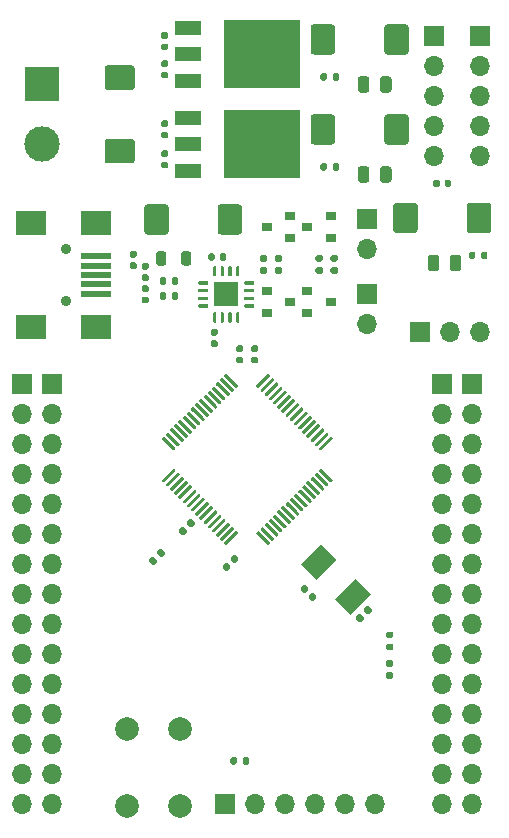
<source format=gbr>
%TF.GenerationSoftware,KiCad,Pcbnew,5.1.7-a382d34a8~87~ubuntu18.04.1*%
%TF.CreationDate,2020-10-15T21:21:34+02:00*%
%TF.ProjectId,veriController,76657269-436f-46e7-9472-6f6c6c65722e,rev?*%
%TF.SameCoordinates,Original*%
%TF.FileFunction,Soldermask,Top*%
%TF.FilePolarity,Negative*%
%FSLAX46Y46*%
G04 Gerber Fmt 4.6, Leading zero omitted, Abs format (unit mm)*
G04 Created by KiCad (PCBNEW 5.1.7-a382d34a8~87~ubuntu18.04.1) date 2020-10-15 21:21:34*
%MOMM*%
%LPD*%
G01*
G04 APERTURE LIST*
%ADD10C,0.100000*%
%ADD11R,1.700000X1.700000*%
%ADD12O,1.700000X1.700000*%
%ADD13R,2.200000X1.200000*%
%ADD14R,6.400000X5.800000*%
%ADD15R,3.000000X3.000000*%
%ADD16C,3.000000*%
%ADD17R,0.900000X0.800000*%
%ADD18R,2.100000X2.100000*%
%ADD19C,2.000000*%
%ADD20R,2.500000X2.000000*%
%ADD21R,2.500000X0.500000*%
%ADD22C,0.900000*%
G04 APERTURE END LIST*
%TO.C,U1*%
G36*
G01*
X63478134Y-91300899D02*
X63584200Y-91194833D01*
G75*
G02*
X63690266Y-91194833I53033J-53033D01*
G01*
X64627182Y-92131749D01*
G75*
G02*
X64627182Y-92237815I-53033J-53033D01*
G01*
X64521116Y-92343881D01*
G75*
G02*
X64415050Y-92343881I-53033J53033D01*
G01*
X63478134Y-91406965D01*
G75*
G02*
X63478134Y-91300899I53033J53033D01*
G01*
G37*
G36*
G01*
X63124581Y-91654453D02*
X63230647Y-91548387D01*
G75*
G02*
X63336713Y-91548387I53033J-53033D01*
G01*
X64273629Y-92485303D01*
G75*
G02*
X64273629Y-92591369I-53033J-53033D01*
G01*
X64167563Y-92697435D01*
G75*
G02*
X64061497Y-92697435I-53033J53033D01*
G01*
X63124581Y-91760519D01*
G75*
G02*
X63124581Y-91654453I53033J53033D01*
G01*
G37*
G36*
G01*
X62771027Y-92008006D02*
X62877093Y-91901940D01*
G75*
G02*
X62983159Y-91901940I53033J-53033D01*
G01*
X63920075Y-92838856D01*
G75*
G02*
X63920075Y-92944922I-53033J-53033D01*
G01*
X63814009Y-93050988D01*
G75*
G02*
X63707943Y-93050988I-53033J53033D01*
G01*
X62771027Y-92114072D01*
G75*
G02*
X62771027Y-92008006I53033J53033D01*
G01*
G37*
G36*
G01*
X62417474Y-92361560D02*
X62523540Y-92255494D01*
G75*
G02*
X62629606Y-92255494I53033J-53033D01*
G01*
X63566522Y-93192410D01*
G75*
G02*
X63566522Y-93298476I-53033J-53033D01*
G01*
X63460456Y-93404542D01*
G75*
G02*
X63354390Y-93404542I-53033J53033D01*
G01*
X62417474Y-92467626D01*
G75*
G02*
X62417474Y-92361560I53033J53033D01*
G01*
G37*
G36*
G01*
X62063921Y-92715113D02*
X62169987Y-92609047D01*
G75*
G02*
X62276053Y-92609047I53033J-53033D01*
G01*
X63212969Y-93545963D01*
G75*
G02*
X63212969Y-93652029I-53033J-53033D01*
G01*
X63106903Y-93758095D01*
G75*
G02*
X63000837Y-93758095I-53033J53033D01*
G01*
X62063921Y-92821179D01*
G75*
G02*
X62063921Y-92715113I53033J53033D01*
G01*
G37*
G36*
G01*
X61710367Y-93068666D02*
X61816433Y-92962600D01*
G75*
G02*
X61922499Y-92962600I53033J-53033D01*
G01*
X62859415Y-93899516D01*
G75*
G02*
X62859415Y-94005582I-53033J-53033D01*
G01*
X62753349Y-94111648D01*
G75*
G02*
X62647283Y-94111648I-53033J53033D01*
G01*
X61710367Y-93174732D01*
G75*
G02*
X61710367Y-93068666I53033J53033D01*
G01*
G37*
G36*
G01*
X61356814Y-93422220D02*
X61462880Y-93316154D01*
G75*
G02*
X61568946Y-93316154I53033J-53033D01*
G01*
X62505862Y-94253070D01*
G75*
G02*
X62505862Y-94359136I-53033J-53033D01*
G01*
X62399796Y-94465202D01*
G75*
G02*
X62293730Y-94465202I-53033J53033D01*
G01*
X61356814Y-93528286D01*
G75*
G02*
X61356814Y-93422220I53033J53033D01*
G01*
G37*
G36*
G01*
X61003261Y-93775773D02*
X61109327Y-93669707D01*
G75*
G02*
X61215393Y-93669707I53033J-53033D01*
G01*
X62152309Y-94606623D01*
G75*
G02*
X62152309Y-94712689I-53033J-53033D01*
G01*
X62046243Y-94818755D01*
G75*
G02*
X61940177Y-94818755I-53033J53033D01*
G01*
X61003261Y-93881839D01*
G75*
G02*
X61003261Y-93775773I53033J53033D01*
G01*
G37*
G36*
G01*
X60649707Y-94129327D02*
X60755773Y-94023261D01*
G75*
G02*
X60861839Y-94023261I53033J-53033D01*
G01*
X61798755Y-94960177D01*
G75*
G02*
X61798755Y-95066243I-53033J-53033D01*
G01*
X61692689Y-95172309D01*
G75*
G02*
X61586623Y-95172309I-53033J53033D01*
G01*
X60649707Y-94235393D01*
G75*
G02*
X60649707Y-94129327I53033J53033D01*
G01*
G37*
G36*
G01*
X60296154Y-94482880D02*
X60402220Y-94376814D01*
G75*
G02*
X60508286Y-94376814I53033J-53033D01*
G01*
X61445202Y-95313730D01*
G75*
G02*
X61445202Y-95419796I-53033J-53033D01*
G01*
X61339136Y-95525862D01*
G75*
G02*
X61233070Y-95525862I-53033J53033D01*
G01*
X60296154Y-94588946D01*
G75*
G02*
X60296154Y-94482880I53033J53033D01*
G01*
G37*
G36*
G01*
X59942600Y-94836433D02*
X60048666Y-94730367D01*
G75*
G02*
X60154732Y-94730367I53033J-53033D01*
G01*
X61091648Y-95667283D01*
G75*
G02*
X61091648Y-95773349I-53033J-53033D01*
G01*
X60985582Y-95879415D01*
G75*
G02*
X60879516Y-95879415I-53033J53033D01*
G01*
X59942600Y-94942499D01*
G75*
G02*
X59942600Y-94836433I53033J53033D01*
G01*
G37*
G36*
G01*
X59589047Y-95189987D02*
X59695113Y-95083921D01*
G75*
G02*
X59801179Y-95083921I53033J-53033D01*
G01*
X60738095Y-96020837D01*
G75*
G02*
X60738095Y-96126903I-53033J-53033D01*
G01*
X60632029Y-96232969D01*
G75*
G02*
X60525963Y-96232969I-53033J53033D01*
G01*
X59589047Y-95296053D01*
G75*
G02*
X59589047Y-95189987I53033J53033D01*
G01*
G37*
G36*
G01*
X59235494Y-95543540D02*
X59341560Y-95437474D01*
G75*
G02*
X59447626Y-95437474I53033J-53033D01*
G01*
X60384542Y-96374390D01*
G75*
G02*
X60384542Y-96480456I-53033J-53033D01*
G01*
X60278476Y-96586522D01*
G75*
G02*
X60172410Y-96586522I-53033J53033D01*
G01*
X59235494Y-95649606D01*
G75*
G02*
X59235494Y-95543540I53033J53033D01*
G01*
G37*
G36*
G01*
X58881940Y-95897093D02*
X58988006Y-95791027D01*
G75*
G02*
X59094072Y-95791027I53033J-53033D01*
G01*
X60030988Y-96727943D01*
G75*
G02*
X60030988Y-96834009I-53033J-53033D01*
G01*
X59924922Y-96940075D01*
G75*
G02*
X59818856Y-96940075I-53033J53033D01*
G01*
X58881940Y-96003159D01*
G75*
G02*
X58881940Y-95897093I53033J53033D01*
G01*
G37*
G36*
G01*
X58528387Y-96250647D02*
X58634453Y-96144581D01*
G75*
G02*
X58740519Y-96144581I53033J-53033D01*
G01*
X59677435Y-97081497D01*
G75*
G02*
X59677435Y-97187563I-53033J-53033D01*
G01*
X59571369Y-97293629D01*
G75*
G02*
X59465303Y-97293629I-53033J53033D01*
G01*
X58528387Y-96356713D01*
G75*
G02*
X58528387Y-96250647I53033J53033D01*
G01*
G37*
G36*
G01*
X58174833Y-96604200D02*
X58280899Y-96498134D01*
G75*
G02*
X58386965Y-96498134I53033J-53033D01*
G01*
X59323881Y-97435050D01*
G75*
G02*
X59323881Y-97541116I-53033J-53033D01*
G01*
X59217815Y-97647182D01*
G75*
G02*
X59111749Y-97647182I-53033J53033D01*
G01*
X58174833Y-96710266D01*
G75*
G02*
X58174833Y-96604200I53033J53033D01*
G01*
G37*
G36*
G01*
X58174833Y-100139734D02*
X59111749Y-99202818D01*
G75*
G02*
X59217815Y-99202818I53033J-53033D01*
G01*
X59323881Y-99308884D01*
G75*
G02*
X59323881Y-99414950I-53033J-53033D01*
G01*
X58386965Y-100351866D01*
G75*
G02*
X58280899Y-100351866I-53033J53033D01*
G01*
X58174833Y-100245800D01*
G75*
G02*
X58174833Y-100139734I53033J53033D01*
G01*
G37*
G36*
G01*
X58528387Y-100493287D02*
X59465303Y-99556371D01*
G75*
G02*
X59571369Y-99556371I53033J-53033D01*
G01*
X59677435Y-99662437D01*
G75*
G02*
X59677435Y-99768503I-53033J-53033D01*
G01*
X58740519Y-100705419D01*
G75*
G02*
X58634453Y-100705419I-53033J53033D01*
G01*
X58528387Y-100599353D01*
G75*
G02*
X58528387Y-100493287I53033J53033D01*
G01*
G37*
G36*
G01*
X58881940Y-100846841D02*
X59818856Y-99909925D01*
G75*
G02*
X59924922Y-99909925I53033J-53033D01*
G01*
X60030988Y-100015991D01*
G75*
G02*
X60030988Y-100122057I-53033J-53033D01*
G01*
X59094072Y-101058973D01*
G75*
G02*
X58988006Y-101058973I-53033J53033D01*
G01*
X58881940Y-100952907D01*
G75*
G02*
X58881940Y-100846841I53033J53033D01*
G01*
G37*
G36*
G01*
X59235494Y-101200394D02*
X60172410Y-100263478D01*
G75*
G02*
X60278476Y-100263478I53033J-53033D01*
G01*
X60384542Y-100369544D01*
G75*
G02*
X60384542Y-100475610I-53033J-53033D01*
G01*
X59447626Y-101412526D01*
G75*
G02*
X59341560Y-101412526I-53033J53033D01*
G01*
X59235494Y-101306460D01*
G75*
G02*
X59235494Y-101200394I53033J53033D01*
G01*
G37*
G36*
G01*
X59589047Y-101553947D02*
X60525963Y-100617031D01*
G75*
G02*
X60632029Y-100617031I53033J-53033D01*
G01*
X60738095Y-100723097D01*
G75*
G02*
X60738095Y-100829163I-53033J-53033D01*
G01*
X59801179Y-101766079D01*
G75*
G02*
X59695113Y-101766079I-53033J53033D01*
G01*
X59589047Y-101660013D01*
G75*
G02*
X59589047Y-101553947I53033J53033D01*
G01*
G37*
G36*
G01*
X59942600Y-101907501D02*
X60879516Y-100970585D01*
G75*
G02*
X60985582Y-100970585I53033J-53033D01*
G01*
X61091648Y-101076651D01*
G75*
G02*
X61091648Y-101182717I-53033J-53033D01*
G01*
X60154732Y-102119633D01*
G75*
G02*
X60048666Y-102119633I-53033J53033D01*
G01*
X59942600Y-102013567D01*
G75*
G02*
X59942600Y-101907501I53033J53033D01*
G01*
G37*
G36*
G01*
X60296154Y-102261054D02*
X61233070Y-101324138D01*
G75*
G02*
X61339136Y-101324138I53033J-53033D01*
G01*
X61445202Y-101430204D01*
G75*
G02*
X61445202Y-101536270I-53033J-53033D01*
G01*
X60508286Y-102473186D01*
G75*
G02*
X60402220Y-102473186I-53033J53033D01*
G01*
X60296154Y-102367120D01*
G75*
G02*
X60296154Y-102261054I53033J53033D01*
G01*
G37*
G36*
G01*
X60649707Y-102614607D02*
X61586623Y-101677691D01*
G75*
G02*
X61692689Y-101677691I53033J-53033D01*
G01*
X61798755Y-101783757D01*
G75*
G02*
X61798755Y-101889823I-53033J-53033D01*
G01*
X60861839Y-102826739D01*
G75*
G02*
X60755773Y-102826739I-53033J53033D01*
G01*
X60649707Y-102720673D01*
G75*
G02*
X60649707Y-102614607I53033J53033D01*
G01*
G37*
G36*
G01*
X61003261Y-102968161D02*
X61940177Y-102031245D01*
G75*
G02*
X62046243Y-102031245I53033J-53033D01*
G01*
X62152309Y-102137311D01*
G75*
G02*
X62152309Y-102243377I-53033J-53033D01*
G01*
X61215393Y-103180293D01*
G75*
G02*
X61109327Y-103180293I-53033J53033D01*
G01*
X61003261Y-103074227D01*
G75*
G02*
X61003261Y-102968161I53033J53033D01*
G01*
G37*
G36*
G01*
X61356814Y-103321714D02*
X62293730Y-102384798D01*
G75*
G02*
X62399796Y-102384798I53033J-53033D01*
G01*
X62505862Y-102490864D01*
G75*
G02*
X62505862Y-102596930I-53033J-53033D01*
G01*
X61568946Y-103533846D01*
G75*
G02*
X61462880Y-103533846I-53033J53033D01*
G01*
X61356814Y-103427780D01*
G75*
G02*
X61356814Y-103321714I53033J53033D01*
G01*
G37*
G36*
G01*
X61710367Y-103675268D02*
X62647283Y-102738352D01*
G75*
G02*
X62753349Y-102738352I53033J-53033D01*
G01*
X62859415Y-102844418D01*
G75*
G02*
X62859415Y-102950484I-53033J-53033D01*
G01*
X61922499Y-103887400D01*
G75*
G02*
X61816433Y-103887400I-53033J53033D01*
G01*
X61710367Y-103781334D01*
G75*
G02*
X61710367Y-103675268I53033J53033D01*
G01*
G37*
G36*
G01*
X62063921Y-104028821D02*
X63000837Y-103091905D01*
G75*
G02*
X63106903Y-103091905I53033J-53033D01*
G01*
X63212969Y-103197971D01*
G75*
G02*
X63212969Y-103304037I-53033J-53033D01*
G01*
X62276053Y-104240953D01*
G75*
G02*
X62169987Y-104240953I-53033J53033D01*
G01*
X62063921Y-104134887D01*
G75*
G02*
X62063921Y-104028821I53033J53033D01*
G01*
G37*
G36*
G01*
X62417474Y-104382374D02*
X63354390Y-103445458D01*
G75*
G02*
X63460456Y-103445458I53033J-53033D01*
G01*
X63566522Y-103551524D01*
G75*
G02*
X63566522Y-103657590I-53033J-53033D01*
G01*
X62629606Y-104594506D01*
G75*
G02*
X62523540Y-104594506I-53033J53033D01*
G01*
X62417474Y-104488440D01*
G75*
G02*
X62417474Y-104382374I53033J53033D01*
G01*
G37*
G36*
G01*
X62771027Y-104735928D02*
X63707943Y-103799012D01*
G75*
G02*
X63814009Y-103799012I53033J-53033D01*
G01*
X63920075Y-103905078D01*
G75*
G02*
X63920075Y-104011144I-53033J-53033D01*
G01*
X62983159Y-104948060D01*
G75*
G02*
X62877093Y-104948060I-53033J53033D01*
G01*
X62771027Y-104841994D01*
G75*
G02*
X62771027Y-104735928I53033J53033D01*
G01*
G37*
G36*
G01*
X63124581Y-105089481D02*
X64061497Y-104152565D01*
G75*
G02*
X64167563Y-104152565I53033J-53033D01*
G01*
X64273629Y-104258631D01*
G75*
G02*
X64273629Y-104364697I-53033J-53033D01*
G01*
X63336713Y-105301613D01*
G75*
G02*
X63230647Y-105301613I-53033J53033D01*
G01*
X63124581Y-105195547D01*
G75*
G02*
X63124581Y-105089481I53033J53033D01*
G01*
G37*
G36*
G01*
X63478134Y-105443035D02*
X64415050Y-104506119D01*
G75*
G02*
X64521116Y-104506119I53033J-53033D01*
G01*
X64627182Y-104612185D01*
G75*
G02*
X64627182Y-104718251I-53033J-53033D01*
G01*
X63690266Y-105655167D01*
G75*
G02*
X63584200Y-105655167I-53033J53033D01*
G01*
X63478134Y-105549101D01*
G75*
G02*
X63478134Y-105443035I53033J53033D01*
G01*
G37*
G36*
G01*
X66182818Y-104612185D02*
X66288884Y-104506119D01*
G75*
G02*
X66394950Y-104506119I53033J-53033D01*
G01*
X67331866Y-105443035D01*
G75*
G02*
X67331866Y-105549101I-53033J-53033D01*
G01*
X67225800Y-105655167D01*
G75*
G02*
X67119734Y-105655167I-53033J53033D01*
G01*
X66182818Y-104718251D01*
G75*
G02*
X66182818Y-104612185I53033J53033D01*
G01*
G37*
G36*
G01*
X66536371Y-104258631D02*
X66642437Y-104152565D01*
G75*
G02*
X66748503Y-104152565I53033J-53033D01*
G01*
X67685419Y-105089481D01*
G75*
G02*
X67685419Y-105195547I-53033J-53033D01*
G01*
X67579353Y-105301613D01*
G75*
G02*
X67473287Y-105301613I-53033J53033D01*
G01*
X66536371Y-104364697D01*
G75*
G02*
X66536371Y-104258631I53033J53033D01*
G01*
G37*
G36*
G01*
X66889925Y-103905078D02*
X66995991Y-103799012D01*
G75*
G02*
X67102057Y-103799012I53033J-53033D01*
G01*
X68038973Y-104735928D01*
G75*
G02*
X68038973Y-104841994I-53033J-53033D01*
G01*
X67932907Y-104948060D01*
G75*
G02*
X67826841Y-104948060I-53033J53033D01*
G01*
X66889925Y-104011144D01*
G75*
G02*
X66889925Y-103905078I53033J53033D01*
G01*
G37*
G36*
G01*
X67243478Y-103551524D02*
X67349544Y-103445458D01*
G75*
G02*
X67455610Y-103445458I53033J-53033D01*
G01*
X68392526Y-104382374D01*
G75*
G02*
X68392526Y-104488440I-53033J-53033D01*
G01*
X68286460Y-104594506D01*
G75*
G02*
X68180394Y-104594506I-53033J53033D01*
G01*
X67243478Y-103657590D01*
G75*
G02*
X67243478Y-103551524I53033J53033D01*
G01*
G37*
G36*
G01*
X67597031Y-103197971D02*
X67703097Y-103091905D01*
G75*
G02*
X67809163Y-103091905I53033J-53033D01*
G01*
X68746079Y-104028821D01*
G75*
G02*
X68746079Y-104134887I-53033J-53033D01*
G01*
X68640013Y-104240953D01*
G75*
G02*
X68533947Y-104240953I-53033J53033D01*
G01*
X67597031Y-103304037D01*
G75*
G02*
X67597031Y-103197971I53033J53033D01*
G01*
G37*
G36*
G01*
X67950585Y-102844418D02*
X68056651Y-102738352D01*
G75*
G02*
X68162717Y-102738352I53033J-53033D01*
G01*
X69099633Y-103675268D01*
G75*
G02*
X69099633Y-103781334I-53033J-53033D01*
G01*
X68993567Y-103887400D01*
G75*
G02*
X68887501Y-103887400I-53033J53033D01*
G01*
X67950585Y-102950484D01*
G75*
G02*
X67950585Y-102844418I53033J53033D01*
G01*
G37*
G36*
G01*
X68304138Y-102490864D02*
X68410204Y-102384798D01*
G75*
G02*
X68516270Y-102384798I53033J-53033D01*
G01*
X69453186Y-103321714D01*
G75*
G02*
X69453186Y-103427780I-53033J-53033D01*
G01*
X69347120Y-103533846D01*
G75*
G02*
X69241054Y-103533846I-53033J53033D01*
G01*
X68304138Y-102596930D01*
G75*
G02*
X68304138Y-102490864I53033J53033D01*
G01*
G37*
G36*
G01*
X68657691Y-102137311D02*
X68763757Y-102031245D01*
G75*
G02*
X68869823Y-102031245I53033J-53033D01*
G01*
X69806739Y-102968161D01*
G75*
G02*
X69806739Y-103074227I-53033J-53033D01*
G01*
X69700673Y-103180293D01*
G75*
G02*
X69594607Y-103180293I-53033J53033D01*
G01*
X68657691Y-102243377D01*
G75*
G02*
X68657691Y-102137311I53033J53033D01*
G01*
G37*
G36*
G01*
X69011245Y-101783757D02*
X69117311Y-101677691D01*
G75*
G02*
X69223377Y-101677691I53033J-53033D01*
G01*
X70160293Y-102614607D01*
G75*
G02*
X70160293Y-102720673I-53033J-53033D01*
G01*
X70054227Y-102826739D01*
G75*
G02*
X69948161Y-102826739I-53033J53033D01*
G01*
X69011245Y-101889823D01*
G75*
G02*
X69011245Y-101783757I53033J53033D01*
G01*
G37*
G36*
G01*
X69364798Y-101430204D02*
X69470864Y-101324138D01*
G75*
G02*
X69576930Y-101324138I53033J-53033D01*
G01*
X70513846Y-102261054D01*
G75*
G02*
X70513846Y-102367120I-53033J-53033D01*
G01*
X70407780Y-102473186D01*
G75*
G02*
X70301714Y-102473186I-53033J53033D01*
G01*
X69364798Y-101536270D01*
G75*
G02*
X69364798Y-101430204I53033J53033D01*
G01*
G37*
G36*
G01*
X69718352Y-101076651D02*
X69824418Y-100970585D01*
G75*
G02*
X69930484Y-100970585I53033J-53033D01*
G01*
X70867400Y-101907501D01*
G75*
G02*
X70867400Y-102013567I-53033J-53033D01*
G01*
X70761334Y-102119633D01*
G75*
G02*
X70655268Y-102119633I-53033J53033D01*
G01*
X69718352Y-101182717D01*
G75*
G02*
X69718352Y-101076651I53033J53033D01*
G01*
G37*
G36*
G01*
X70071905Y-100723097D02*
X70177971Y-100617031D01*
G75*
G02*
X70284037Y-100617031I53033J-53033D01*
G01*
X71220953Y-101553947D01*
G75*
G02*
X71220953Y-101660013I-53033J-53033D01*
G01*
X71114887Y-101766079D01*
G75*
G02*
X71008821Y-101766079I-53033J53033D01*
G01*
X70071905Y-100829163D01*
G75*
G02*
X70071905Y-100723097I53033J53033D01*
G01*
G37*
G36*
G01*
X70425458Y-100369544D02*
X70531524Y-100263478D01*
G75*
G02*
X70637590Y-100263478I53033J-53033D01*
G01*
X71574506Y-101200394D01*
G75*
G02*
X71574506Y-101306460I-53033J-53033D01*
G01*
X71468440Y-101412526D01*
G75*
G02*
X71362374Y-101412526I-53033J53033D01*
G01*
X70425458Y-100475610D01*
G75*
G02*
X70425458Y-100369544I53033J53033D01*
G01*
G37*
G36*
G01*
X70779012Y-100015991D02*
X70885078Y-99909925D01*
G75*
G02*
X70991144Y-99909925I53033J-53033D01*
G01*
X71928060Y-100846841D01*
G75*
G02*
X71928060Y-100952907I-53033J-53033D01*
G01*
X71821994Y-101058973D01*
G75*
G02*
X71715928Y-101058973I-53033J53033D01*
G01*
X70779012Y-100122057D01*
G75*
G02*
X70779012Y-100015991I53033J53033D01*
G01*
G37*
G36*
G01*
X71132565Y-99662437D02*
X71238631Y-99556371D01*
G75*
G02*
X71344697Y-99556371I53033J-53033D01*
G01*
X72281613Y-100493287D01*
G75*
G02*
X72281613Y-100599353I-53033J-53033D01*
G01*
X72175547Y-100705419D01*
G75*
G02*
X72069481Y-100705419I-53033J53033D01*
G01*
X71132565Y-99768503D01*
G75*
G02*
X71132565Y-99662437I53033J53033D01*
G01*
G37*
G36*
G01*
X71486119Y-99308884D02*
X71592185Y-99202818D01*
G75*
G02*
X71698251Y-99202818I53033J-53033D01*
G01*
X72635167Y-100139734D01*
G75*
G02*
X72635167Y-100245800I-53033J-53033D01*
G01*
X72529101Y-100351866D01*
G75*
G02*
X72423035Y-100351866I-53033J53033D01*
G01*
X71486119Y-99414950D01*
G75*
G02*
X71486119Y-99308884I53033J53033D01*
G01*
G37*
G36*
G01*
X71486119Y-97435050D02*
X72423035Y-96498134D01*
G75*
G02*
X72529101Y-96498134I53033J-53033D01*
G01*
X72635167Y-96604200D01*
G75*
G02*
X72635167Y-96710266I-53033J-53033D01*
G01*
X71698251Y-97647182D01*
G75*
G02*
X71592185Y-97647182I-53033J53033D01*
G01*
X71486119Y-97541116D01*
G75*
G02*
X71486119Y-97435050I53033J53033D01*
G01*
G37*
G36*
G01*
X71132565Y-97081497D02*
X72069481Y-96144581D01*
G75*
G02*
X72175547Y-96144581I53033J-53033D01*
G01*
X72281613Y-96250647D01*
G75*
G02*
X72281613Y-96356713I-53033J-53033D01*
G01*
X71344697Y-97293629D01*
G75*
G02*
X71238631Y-97293629I-53033J53033D01*
G01*
X71132565Y-97187563D01*
G75*
G02*
X71132565Y-97081497I53033J53033D01*
G01*
G37*
G36*
G01*
X70779012Y-96727943D02*
X71715928Y-95791027D01*
G75*
G02*
X71821994Y-95791027I53033J-53033D01*
G01*
X71928060Y-95897093D01*
G75*
G02*
X71928060Y-96003159I-53033J-53033D01*
G01*
X70991144Y-96940075D01*
G75*
G02*
X70885078Y-96940075I-53033J53033D01*
G01*
X70779012Y-96834009D01*
G75*
G02*
X70779012Y-96727943I53033J53033D01*
G01*
G37*
G36*
G01*
X70425458Y-96374390D02*
X71362374Y-95437474D01*
G75*
G02*
X71468440Y-95437474I53033J-53033D01*
G01*
X71574506Y-95543540D01*
G75*
G02*
X71574506Y-95649606I-53033J-53033D01*
G01*
X70637590Y-96586522D01*
G75*
G02*
X70531524Y-96586522I-53033J53033D01*
G01*
X70425458Y-96480456D01*
G75*
G02*
X70425458Y-96374390I53033J53033D01*
G01*
G37*
G36*
G01*
X70071905Y-96020837D02*
X71008821Y-95083921D01*
G75*
G02*
X71114887Y-95083921I53033J-53033D01*
G01*
X71220953Y-95189987D01*
G75*
G02*
X71220953Y-95296053I-53033J-53033D01*
G01*
X70284037Y-96232969D01*
G75*
G02*
X70177971Y-96232969I-53033J53033D01*
G01*
X70071905Y-96126903D01*
G75*
G02*
X70071905Y-96020837I53033J53033D01*
G01*
G37*
G36*
G01*
X69718352Y-95667283D02*
X70655268Y-94730367D01*
G75*
G02*
X70761334Y-94730367I53033J-53033D01*
G01*
X70867400Y-94836433D01*
G75*
G02*
X70867400Y-94942499I-53033J-53033D01*
G01*
X69930484Y-95879415D01*
G75*
G02*
X69824418Y-95879415I-53033J53033D01*
G01*
X69718352Y-95773349D01*
G75*
G02*
X69718352Y-95667283I53033J53033D01*
G01*
G37*
G36*
G01*
X69364798Y-95313730D02*
X70301714Y-94376814D01*
G75*
G02*
X70407780Y-94376814I53033J-53033D01*
G01*
X70513846Y-94482880D01*
G75*
G02*
X70513846Y-94588946I-53033J-53033D01*
G01*
X69576930Y-95525862D01*
G75*
G02*
X69470864Y-95525862I-53033J53033D01*
G01*
X69364798Y-95419796D01*
G75*
G02*
X69364798Y-95313730I53033J53033D01*
G01*
G37*
G36*
G01*
X69011245Y-94960177D02*
X69948161Y-94023261D01*
G75*
G02*
X70054227Y-94023261I53033J-53033D01*
G01*
X70160293Y-94129327D01*
G75*
G02*
X70160293Y-94235393I-53033J-53033D01*
G01*
X69223377Y-95172309D01*
G75*
G02*
X69117311Y-95172309I-53033J53033D01*
G01*
X69011245Y-95066243D01*
G75*
G02*
X69011245Y-94960177I53033J53033D01*
G01*
G37*
G36*
G01*
X68657691Y-94606623D02*
X69594607Y-93669707D01*
G75*
G02*
X69700673Y-93669707I53033J-53033D01*
G01*
X69806739Y-93775773D01*
G75*
G02*
X69806739Y-93881839I-53033J-53033D01*
G01*
X68869823Y-94818755D01*
G75*
G02*
X68763757Y-94818755I-53033J53033D01*
G01*
X68657691Y-94712689D01*
G75*
G02*
X68657691Y-94606623I53033J53033D01*
G01*
G37*
G36*
G01*
X68304138Y-94253070D02*
X69241054Y-93316154D01*
G75*
G02*
X69347120Y-93316154I53033J-53033D01*
G01*
X69453186Y-93422220D01*
G75*
G02*
X69453186Y-93528286I-53033J-53033D01*
G01*
X68516270Y-94465202D01*
G75*
G02*
X68410204Y-94465202I-53033J53033D01*
G01*
X68304138Y-94359136D01*
G75*
G02*
X68304138Y-94253070I53033J53033D01*
G01*
G37*
G36*
G01*
X67950585Y-93899516D02*
X68887501Y-92962600D01*
G75*
G02*
X68993567Y-92962600I53033J-53033D01*
G01*
X69099633Y-93068666D01*
G75*
G02*
X69099633Y-93174732I-53033J-53033D01*
G01*
X68162717Y-94111648D01*
G75*
G02*
X68056651Y-94111648I-53033J53033D01*
G01*
X67950585Y-94005582D01*
G75*
G02*
X67950585Y-93899516I53033J53033D01*
G01*
G37*
G36*
G01*
X67597031Y-93545963D02*
X68533947Y-92609047D01*
G75*
G02*
X68640013Y-92609047I53033J-53033D01*
G01*
X68746079Y-92715113D01*
G75*
G02*
X68746079Y-92821179I-53033J-53033D01*
G01*
X67809163Y-93758095D01*
G75*
G02*
X67703097Y-93758095I-53033J53033D01*
G01*
X67597031Y-93652029D01*
G75*
G02*
X67597031Y-93545963I53033J53033D01*
G01*
G37*
G36*
G01*
X67243478Y-93192410D02*
X68180394Y-92255494D01*
G75*
G02*
X68286460Y-92255494I53033J-53033D01*
G01*
X68392526Y-92361560D01*
G75*
G02*
X68392526Y-92467626I-53033J-53033D01*
G01*
X67455610Y-93404542D01*
G75*
G02*
X67349544Y-93404542I-53033J53033D01*
G01*
X67243478Y-93298476D01*
G75*
G02*
X67243478Y-93192410I53033J53033D01*
G01*
G37*
G36*
G01*
X66889925Y-92838856D02*
X67826841Y-91901940D01*
G75*
G02*
X67932907Y-91901940I53033J-53033D01*
G01*
X68038973Y-92008006D01*
G75*
G02*
X68038973Y-92114072I-53033J-53033D01*
G01*
X67102057Y-93050988D01*
G75*
G02*
X66995991Y-93050988I-53033J53033D01*
G01*
X66889925Y-92944922D01*
G75*
G02*
X66889925Y-92838856I53033J53033D01*
G01*
G37*
G36*
G01*
X66536371Y-92485303D02*
X67473287Y-91548387D01*
G75*
G02*
X67579353Y-91548387I53033J-53033D01*
G01*
X67685419Y-91654453D01*
G75*
G02*
X67685419Y-91760519I-53033J-53033D01*
G01*
X66748503Y-92697435D01*
G75*
G02*
X66642437Y-92697435I-53033J53033D01*
G01*
X66536371Y-92591369D01*
G75*
G02*
X66536371Y-92485303I53033J53033D01*
G01*
G37*
G36*
G01*
X66182818Y-92131749D02*
X67119734Y-91194833D01*
G75*
G02*
X67225800Y-91194833I53033J-53033D01*
G01*
X67331866Y-91300899D01*
G75*
G02*
X67331866Y-91406965I-53033J-53033D01*
G01*
X66394950Y-92343881D01*
G75*
G02*
X66288884Y-92343881I-53033J53033D01*
G01*
X66182818Y-92237815D01*
G75*
G02*
X66182818Y-92131749I53033J53033D01*
G01*
G37*
%TD*%
D10*
%TO.C,Y1*%
G36*
X69928151Y-107312208D02*
G01*
X71625208Y-105615151D01*
X72968711Y-106958654D01*
X71271654Y-108655711D01*
X69928151Y-107312208D01*
G37*
G36*
X72827289Y-110211346D02*
G01*
X74524346Y-108514289D01*
X75867849Y-109857792D01*
X74170792Y-111554849D01*
X72827289Y-110211346D01*
G37*
%TD*%
%TO.C,C5*%
G36*
G01*
X70590787Y-109466371D02*
X70350371Y-109706787D01*
G75*
G02*
X70152381Y-109706787I-98995J98995D01*
G01*
X69954391Y-109508797D01*
G75*
G02*
X69954391Y-109310807I98995J98995D01*
G01*
X70194807Y-109070391D01*
G75*
G02*
X70392797Y-109070391I98995J-98995D01*
G01*
X70590787Y-109268381D01*
G75*
G02*
X70590787Y-109466371I-98995J-98995D01*
G01*
G37*
G36*
G01*
X71269609Y-110145193D02*
X71029193Y-110385609D01*
G75*
G02*
X70831203Y-110385609I-98995J98995D01*
G01*
X70633213Y-110187619D01*
G75*
G02*
X70633213Y-109989629I98995J98995D01*
G01*
X70873629Y-109749213D01*
G75*
G02*
X71071619Y-109749213I98995J-98995D01*
G01*
X71269609Y-109947203D01*
G75*
G02*
X71269609Y-110145193I-98995J-98995D01*
G01*
G37*
%TD*%
%TO.C,C1*%
G36*
G01*
X64600000Y-88775000D02*
X64940000Y-88775000D01*
G75*
G02*
X65080000Y-88915000I0J-140000D01*
G01*
X65080000Y-89195000D01*
G75*
G02*
X64940000Y-89335000I-140000J0D01*
G01*
X64600000Y-89335000D01*
G75*
G02*
X64460000Y-89195000I0J140000D01*
G01*
X64460000Y-88915000D01*
G75*
G02*
X64600000Y-88775000I140000J0D01*
G01*
G37*
G36*
G01*
X64600000Y-89735000D02*
X64940000Y-89735000D01*
G75*
G02*
X65080000Y-89875000I0J-140000D01*
G01*
X65080000Y-90155000D01*
G75*
G02*
X64940000Y-90295000I-140000J0D01*
G01*
X64600000Y-90295000D01*
G75*
G02*
X64460000Y-90155000I0J140000D01*
G01*
X64460000Y-89875000D01*
G75*
G02*
X64600000Y-89735000I140000J0D01*
G01*
G37*
%TD*%
%TO.C,C2*%
G36*
G01*
X59907807Y-104797609D02*
X59667391Y-104557193D01*
G75*
G02*
X59667391Y-104359203I98995J98995D01*
G01*
X59865381Y-104161213D01*
G75*
G02*
X60063371Y-104161213I98995J-98995D01*
G01*
X60303787Y-104401629D01*
G75*
G02*
X60303787Y-104599619I-98995J-98995D01*
G01*
X60105797Y-104797609D01*
G75*
G02*
X59907807Y-104797609I-98995J98995D01*
G01*
G37*
G36*
G01*
X60586629Y-104118787D02*
X60346213Y-103878371D01*
G75*
G02*
X60346213Y-103680381I98995J98995D01*
G01*
X60544203Y-103482391D01*
G75*
G02*
X60742193Y-103482391I98995J-98995D01*
G01*
X60982609Y-103722807D01*
G75*
G02*
X60982609Y-103920797I-98995J-98995D01*
G01*
X60784619Y-104118787D01*
G75*
G02*
X60586629Y-104118787I-98995J98995D01*
G01*
G37*
%TD*%
%TO.C,C3*%
G36*
G01*
X57523371Y-106701213D02*
X57763787Y-106941629D01*
G75*
G02*
X57763787Y-107139619I-98995J-98995D01*
G01*
X57565797Y-107337609D01*
G75*
G02*
X57367807Y-107337609I-98995J98995D01*
G01*
X57127391Y-107097193D01*
G75*
G02*
X57127391Y-106899203I98995J98995D01*
G01*
X57325381Y-106701213D01*
G75*
G02*
X57523371Y-106701213I98995J-98995D01*
G01*
G37*
G36*
G01*
X58202193Y-106022391D02*
X58442609Y-106262807D01*
G75*
G02*
X58442609Y-106460797I-98995J-98995D01*
G01*
X58244619Y-106658787D01*
G75*
G02*
X58046629Y-106658787I-98995J98995D01*
G01*
X57806213Y-106418371D01*
G75*
G02*
X57806213Y-106220381I98995J98995D01*
G01*
X58004203Y-106022391D01*
G75*
G02*
X58202193Y-106022391I98995J-98995D01*
G01*
G37*
%TD*%
%TO.C,C6*%
G36*
G01*
X65870000Y-88775000D02*
X66210000Y-88775000D01*
G75*
G02*
X66350000Y-88915000I0J-140000D01*
G01*
X66350000Y-89195000D01*
G75*
G02*
X66210000Y-89335000I-140000J0D01*
G01*
X65870000Y-89335000D01*
G75*
G02*
X65730000Y-89195000I0J140000D01*
G01*
X65730000Y-88915000D01*
G75*
G02*
X65870000Y-88775000I140000J0D01*
G01*
G37*
G36*
G01*
X65870000Y-89735000D02*
X66210000Y-89735000D01*
G75*
G02*
X66350000Y-89875000I0J-140000D01*
G01*
X66350000Y-90155000D01*
G75*
G02*
X66210000Y-90295000I-140000J0D01*
G01*
X65870000Y-90295000D01*
G75*
G02*
X65730000Y-90155000I0J140000D01*
G01*
X65730000Y-89875000D01*
G75*
G02*
X65870000Y-89735000I140000J0D01*
G01*
G37*
%TD*%
%TO.C,C7*%
G36*
G01*
X64269629Y-107166787D02*
X64029213Y-106926371D01*
G75*
G02*
X64029213Y-106728381I98995J98995D01*
G01*
X64227203Y-106530391D01*
G75*
G02*
X64425193Y-106530391I98995J-98995D01*
G01*
X64665609Y-106770807D01*
G75*
G02*
X64665609Y-106968797I-98995J-98995D01*
G01*
X64467619Y-107166787D01*
G75*
G02*
X64269629Y-107166787I-98995J98995D01*
G01*
G37*
G36*
G01*
X63590807Y-107845609D02*
X63350391Y-107605193D01*
G75*
G02*
X63350391Y-107407203I98995J98995D01*
G01*
X63548381Y-107209213D01*
G75*
G02*
X63746371Y-107209213I98995J-98995D01*
G01*
X63986787Y-107449629D01*
G75*
G02*
X63986787Y-107647619I-98995J-98995D01*
G01*
X63788797Y-107845609D01*
G75*
G02*
X63590807Y-107845609I-98995J98995D01*
G01*
G37*
%TD*%
%TO.C,C9*%
G36*
G01*
X58250000Y-65605000D02*
X58590000Y-65605000D01*
G75*
G02*
X58730000Y-65745000I0J-140000D01*
G01*
X58730000Y-66025000D01*
G75*
G02*
X58590000Y-66165000I-140000J0D01*
G01*
X58250000Y-66165000D01*
G75*
G02*
X58110000Y-66025000I0J140000D01*
G01*
X58110000Y-65745000D01*
G75*
G02*
X58250000Y-65605000I140000J0D01*
G01*
G37*
G36*
G01*
X58250000Y-64645000D02*
X58590000Y-64645000D01*
G75*
G02*
X58730000Y-64785000I0J-140000D01*
G01*
X58730000Y-65065000D01*
G75*
G02*
X58590000Y-65205000I-140000J0D01*
G01*
X58250000Y-65205000D01*
G75*
G02*
X58110000Y-65065000I0J140000D01*
G01*
X58110000Y-64785000D01*
G75*
G02*
X58250000Y-64645000I140000J0D01*
G01*
G37*
%TD*%
%TO.C,C10*%
G36*
G01*
X55635000Y-73365000D02*
X53585000Y-73365000D01*
G75*
G02*
X53335000Y-73115000I0J250000D01*
G01*
X53335000Y-71540000D01*
G75*
G02*
X53585000Y-71290000I250000J0D01*
G01*
X55635000Y-71290000D01*
G75*
G02*
X55885000Y-71540000I0J-250000D01*
G01*
X55885000Y-73115000D01*
G75*
G02*
X55635000Y-73365000I-250000J0D01*
G01*
G37*
G36*
G01*
X55635000Y-67140000D02*
X53585000Y-67140000D01*
G75*
G02*
X53335000Y-66890000I0J250000D01*
G01*
X53335000Y-65315000D01*
G75*
G02*
X53585000Y-65065000I250000J0D01*
G01*
X55635000Y-65065000D01*
G75*
G02*
X55885000Y-65315000I0J-250000D01*
G01*
X55885000Y-66890000D01*
G75*
G02*
X55635000Y-67140000I-250000J0D01*
G01*
G37*
%TD*%
%TO.C,C11*%
G36*
G01*
X58250000Y-63220000D02*
X58590000Y-63220000D01*
G75*
G02*
X58730000Y-63360000I0J-140000D01*
G01*
X58730000Y-63640000D01*
G75*
G02*
X58590000Y-63780000I-140000J0D01*
G01*
X58250000Y-63780000D01*
G75*
G02*
X58110000Y-63640000I0J140000D01*
G01*
X58110000Y-63360000D01*
G75*
G02*
X58250000Y-63220000I140000J0D01*
G01*
G37*
G36*
G01*
X58250000Y-62260000D02*
X58590000Y-62260000D01*
G75*
G02*
X58730000Y-62400000I0J-140000D01*
G01*
X58730000Y-62680000D01*
G75*
G02*
X58590000Y-62820000I-140000J0D01*
G01*
X58250000Y-62820000D01*
G75*
G02*
X58110000Y-62680000I0J140000D01*
G01*
X58110000Y-62400000D01*
G75*
G02*
X58250000Y-62260000I140000J0D01*
G01*
G37*
%TD*%
%TO.C,C12*%
G36*
G01*
X58250000Y-69725000D02*
X58590000Y-69725000D01*
G75*
G02*
X58730000Y-69865000I0J-140000D01*
G01*
X58730000Y-70145000D01*
G75*
G02*
X58590000Y-70285000I-140000J0D01*
G01*
X58250000Y-70285000D01*
G75*
G02*
X58110000Y-70145000I0J140000D01*
G01*
X58110000Y-69865000D01*
G75*
G02*
X58250000Y-69725000I140000J0D01*
G01*
G37*
G36*
G01*
X58250000Y-70685000D02*
X58590000Y-70685000D01*
G75*
G02*
X58730000Y-70825000I0J-140000D01*
G01*
X58730000Y-71105000D01*
G75*
G02*
X58590000Y-71245000I-140000J0D01*
G01*
X58250000Y-71245000D01*
G75*
G02*
X58110000Y-71105000I0J140000D01*
G01*
X58110000Y-70825000D01*
G75*
G02*
X58250000Y-70685000I140000J0D01*
G01*
G37*
%TD*%
%TO.C,C13*%
G36*
G01*
X77005000Y-63890000D02*
X77005000Y-61840000D01*
G75*
G02*
X77255000Y-61590000I250000J0D01*
G01*
X78830000Y-61590000D01*
G75*
G02*
X79080000Y-61840000I0J-250000D01*
G01*
X79080000Y-63890000D01*
G75*
G02*
X78830000Y-64140000I-250000J0D01*
G01*
X77255000Y-64140000D01*
G75*
G02*
X77005000Y-63890000I0J250000D01*
G01*
G37*
G36*
G01*
X70780000Y-63890000D02*
X70780000Y-61840000D01*
G75*
G02*
X71030000Y-61590000I250000J0D01*
G01*
X72605000Y-61590000D01*
G75*
G02*
X72855000Y-61840000I0J-250000D01*
G01*
X72855000Y-63890000D01*
G75*
G02*
X72605000Y-64140000I-250000J0D01*
G01*
X71030000Y-64140000D01*
G75*
G02*
X70780000Y-63890000I0J250000D01*
G01*
G37*
%TD*%
%TO.C,C14*%
G36*
G01*
X70780000Y-71510000D02*
X70780000Y-69460000D01*
G75*
G02*
X71030000Y-69210000I250000J0D01*
G01*
X72605000Y-69210000D01*
G75*
G02*
X72855000Y-69460000I0J-250000D01*
G01*
X72855000Y-71510000D01*
G75*
G02*
X72605000Y-71760000I-250000J0D01*
G01*
X71030000Y-71760000D01*
G75*
G02*
X70780000Y-71510000I0J250000D01*
G01*
G37*
G36*
G01*
X77005000Y-71510000D02*
X77005000Y-69460000D01*
G75*
G02*
X77255000Y-69210000I250000J0D01*
G01*
X78830000Y-69210000D01*
G75*
G02*
X79080000Y-69460000I0J-250000D01*
G01*
X79080000Y-71510000D01*
G75*
G02*
X78830000Y-71760000I-250000J0D01*
G01*
X77255000Y-71760000D01*
G75*
G02*
X77005000Y-71510000I0J250000D01*
G01*
G37*
%TD*%
%TO.C,C15*%
G36*
G01*
X81155000Y-75227000D02*
X81155000Y-74887000D01*
G75*
G02*
X81295000Y-74747000I140000J0D01*
G01*
X81575000Y-74747000D01*
G75*
G02*
X81715000Y-74887000I0J-140000D01*
G01*
X81715000Y-75227000D01*
G75*
G02*
X81575000Y-75367000I-140000J0D01*
G01*
X81295000Y-75367000D01*
G75*
G02*
X81155000Y-75227000I0J140000D01*
G01*
G37*
G36*
G01*
X82115000Y-75227000D02*
X82115000Y-74887000D01*
G75*
G02*
X82255000Y-74747000I140000J0D01*
G01*
X82535000Y-74747000D01*
G75*
G02*
X82675000Y-74887000I0J-140000D01*
G01*
X82675000Y-75227000D01*
G75*
G02*
X82535000Y-75367000I-140000J0D01*
G01*
X82255000Y-75367000D01*
G75*
G02*
X82115000Y-75227000I0J140000D01*
G01*
G37*
%TD*%
%TO.C,C16*%
G36*
G01*
X79840000Y-76953000D02*
X79840000Y-79003000D01*
G75*
G02*
X79590000Y-79253000I-250000J0D01*
G01*
X78015000Y-79253000D01*
G75*
G02*
X77765000Y-79003000I0J250000D01*
G01*
X77765000Y-76953000D01*
G75*
G02*
X78015000Y-76703000I250000J0D01*
G01*
X79590000Y-76703000D01*
G75*
G02*
X79840000Y-76953000I0J-250000D01*
G01*
G37*
G36*
G01*
X86065000Y-76953000D02*
X86065000Y-79003000D01*
G75*
G02*
X85815000Y-79253000I-250000J0D01*
G01*
X84240000Y-79253000D01*
G75*
G02*
X83990000Y-79003000I0J250000D01*
G01*
X83990000Y-76953000D01*
G75*
G02*
X84240000Y-76703000I250000J0D01*
G01*
X85815000Y-76703000D01*
G75*
G02*
X86065000Y-76953000I0J-250000D01*
G01*
G37*
%TD*%
%TO.C,D1*%
G36*
G01*
X77625000Y-66218750D02*
X77625000Y-67131250D01*
G75*
G02*
X77381250Y-67375000I-243750J0D01*
G01*
X76893750Y-67375000D01*
G75*
G02*
X76650000Y-67131250I0J243750D01*
G01*
X76650000Y-66218750D01*
G75*
G02*
X76893750Y-65975000I243750J0D01*
G01*
X77381250Y-65975000D01*
G75*
G02*
X77625000Y-66218750I0J-243750D01*
G01*
G37*
G36*
G01*
X75750000Y-66218750D02*
X75750000Y-67131250D01*
G75*
G02*
X75506250Y-67375000I-243750J0D01*
G01*
X75018750Y-67375000D01*
G75*
G02*
X74775000Y-67131250I0J243750D01*
G01*
X74775000Y-66218750D01*
G75*
G02*
X75018750Y-65975000I243750J0D01*
G01*
X75506250Y-65975000D01*
G75*
G02*
X75750000Y-66218750I0J-243750D01*
G01*
G37*
%TD*%
%TO.C,D2*%
G36*
G01*
X77625000Y-73838750D02*
X77625000Y-74751250D01*
G75*
G02*
X77381250Y-74995000I-243750J0D01*
G01*
X76893750Y-74995000D01*
G75*
G02*
X76650000Y-74751250I0J243750D01*
G01*
X76650000Y-73838750D01*
G75*
G02*
X76893750Y-73595000I243750J0D01*
G01*
X77381250Y-73595000D01*
G75*
G02*
X77625000Y-73838750I0J-243750D01*
G01*
G37*
G36*
G01*
X75750000Y-73838750D02*
X75750000Y-74751250D01*
G75*
G02*
X75506250Y-74995000I-243750J0D01*
G01*
X75018750Y-74995000D01*
G75*
G02*
X74775000Y-74751250I0J243750D01*
G01*
X74775000Y-73838750D01*
G75*
G02*
X75018750Y-73595000I243750J0D01*
G01*
X75506250Y-73595000D01*
G75*
G02*
X75750000Y-73838750I0J-243750D01*
G01*
G37*
%TD*%
%TO.C,D3*%
G36*
G01*
X82570500Y-82244250D02*
X82570500Y-81331750D01*
G75*
G02*
X82814250Y-81088000I243750J0D01*
G01*
X83301750Y-81088000D01*
G75*
G02*
X83545500Y-81331750I0J-243750D01*
G01*
X83545500Y-82244250D01*
G75*
G02*
X83301750Y-82488000I-243750J0D01*
G01*
X82814250Y-82488000D01*
G75*
G02*
X82570500Y-82244250I0J243750D01*
G01*
G37*
G36*
G01*
X80695500Y-82244250D02*
X80695500Y-81331750D01*
G75*
G02*
X80939250Y-81088000I243750J0D01*
G01*
X81426750Y-81088000D01*
G75*
G02*
X81670500Y-81331750I0J-243750D01*
G01*
X81670500Y-82244250D01*
G75*
G02*
X81426750Y-82488000I-243750J0D01*
G01*
X80939250Y-82488000D01*
G75*
G02*
X80695500Y-82244250I0J243750D01*
G01*
G37*
%TD*%
D11*
%TO.C,J2*%
X46355000Y-91995001D03*
D12*
X46355000Y-94535001D03*
X46355000Y-97075001D03*
X46355000Y-99615001D03*
X46355000Y-102155001D03*
X46355000Y-104695001D03*
X46355000Y-107235001D03*
X46355000Y-109775001D03*
X46355000Y-112315001D03*
X46355000Y-114855001D03*
X46355000Y-117395001D03*
X46355000Y-119935001D03*
X46355000Y-122475001D03*
X46355000Y-125015001D03*
X46355000Y-127555001D03*
%TD*%
%TO.C,J4*%
X48895000Y-127555001D03*
X48895000Y-125015001D03*
X48895000Y-122475001D03*
X48895000Y-119935001D03*
X48895000Y-117395001D03*
X48895000Y-114855001D03*
X48895000Y-112315001D03*
X48895000Y-109775001D03*
X48895000Y-107235001D03*
X48895000Y-104695001D03*
X48895000Y-102155001D03*
X48895000Y-99615001D03*
X48895000Y-97075001D03*
X48895000Y-94535001D03*
D11*
X48895000Y-91995001D03*
%TD*%
D12*
%TO.C,J5*%
X81915000Y-127635000D03*
X81915000Y-125095000D03*
X81915000Y-122555000D03*
X81915000Y-120015000D03*
X81915000Y-117475000D03*
X81915000Y-114935000D03*
X81915000Y-112395000D03*
X81915000Y-109855000D03*
X81915000Y-107315000D03*
X81915000Y-104775000D03*
X81915000Y-102235000D03*
X81915000Y-99695000D03*
X81915000Y-97155000D03*
X81915000Y-94615000D03*
D11*
X81915000Y-92075000D03*
%TD*%
%TO.C,J3*%
X84455000Y-92075000D03*
D12*
X84455000Y-94615000D03*
X84455000Y-97155000D03*
X84455000Y-99695000D03*
X84455000Y-102235000D03*
X84455000Y-104775000D03*
X84455000Y-107315000D03*
X84455000Y-109855000D03*
X84455000Y-112395000D03*
X84455000Y-114935000D03*
X84455000Y-117475000D03*
X84455000Y-120015000D03*
X84455000Y-122555000D03*
X84455000Y-125095000D03*
X84455000Y-127635000D03*
%TD*%
%TO.C,R3*%
G36*
G01*
X65010000Y-124137000D02*
X65010000Y-123767000D01*
G75*
G02*
X65145000Y-123632000I135000J0D01*
G01*
X65415000Y-123632000D01*
G75*
G02*
X65550000Y-123767000I0J-135000D01*
G01*
X65550000Y-124137000D01*
G75*
G02*
X65415000Y-124272000I-135000J0D01*
G01*
X65145000Y-124272000D01*
G75*
G02*
X65010000Y-124137000I0J135000D01*
G01*
G37*
G36*
G01*
X63990000Y-124137000D02*
X63990000Y-123767000D01*
G75*
G02*
X64125000Y-123632000I135000J0D01*
G01*
X64395000Y-123632000D01*
G75*
G02*
X64530000Y-123767000I0J-135000D01*
G01*
X64530000Y-124137000D01*
G75*
G02*
X64395000Y-124272000I-135000J0D01*
G01*
X64125000Y-124272000D01*
G75*
G02*
X63990000Y-124137000I0J135000D01*
G01*
G37*
%TD*%
%TO.C,R4*%
G36*
G01*
X71610000Y-66225000D02*
X71610000Y-65855000D01*
G75*
G02*
X71745000Y-65720000I135000J0D01*
G01*
X72015000Y-65720000D01*
G75*
G02*
X72150000Y-65855000I0J-135000D01*
G01*
X72150000Y-66225000D01*
G75*
G02*
X72015000Y-66360000I-135000J0D01*
G01*
X71745000Y-66360000D01*
G75*
G02*
X71610000Y-66225000I0J135000D01*
G01*
G37*
G36*
G01*
X72630000Y-66225000D02*
X72630000Y-65855000D01*
G75*
G02*
X72765000Y-65720000I135000J0D01*
G01*
X73035000Y-65720000D01*
G75*
G02*
X73170000Y-65855000I0J-135000D01*
G01*
X73170000Y-66225000D01*
G75*
G02*
X73035000Y-66360000I-135000J0D01*
G01*
X72765000Y-66360000D01*
G75*
G02*
X72630000Y-66225000I0J135000D01*
G01*
G37*
%TD*%
%TO.C,R5*%
G36*
G01*
X71610000Y-73845000D02*
X71610000Y-73475000D01*
G75*
G02*
X71745000Y-73340000I135000J0D01*
G01*
X72015000Y-73340000D01*
G75*
G02*
X72150000Y-73475000I0J-135000D01*
G01*
X72150000Y-73845000D01*
G75*
G02*
X72015000Y-73980000I-135000J0D01*
G01*
X71745000Y-73980000D01*
G75*
G02*
X71610000Y-73845000I0J135000D01*
G01*
G37*
G36*
G01*
X72630000Y-73845000D02*
X72630000Y-73475000D01*
G75*
G02*
X72765000Y-73340000I135000J0D01*
G01*
X73035000Y-73340000D01*
G75*
G02*
X73170000Y-73475000I0J-135000D01*
G01*
X73170000Y-73845000D01*
G75*
G02*
X73035000Y-73980000I-135000J0D01*
G01*
X72765000Y-73980000D01*
G75*
G02*
X72630000Y-73845000I0J135000D01*
G01*
G37*
%TD*%
%TO.C,R6*%
G36*
G01*
X84723000Y-80968000D02*
X84723000Y-81338000D01*
G75*
G02*
X84588000Y-81473000I-135000J0D01*
G01*
X84318000Y-81473000D01*
G75*
G02*
X84183000Y-81338000I0J135000D01*
G01*
X84183000Y-80968000D01*
G75*
G02*
X84318000Y-80833000I135000J0D01*
G01*
X84588000Y-80833000D01*
G75*
G02*
X84723000Y-80968000I0J-135000D01*
G01*
G37*
G36*
G01*
X85743000Y-80968000D02*
X85743000Y-81338000D01*
G75*
G02*
X85608000Y-81473000I-135000J0D01*
G01*
X85338000Y-81473000D01*
G75*
G02*
X85203000Y-81338000I0J135000D01*
G01*
X85203000Y-80968000D01*
G75*
G02*
X85338000Y-80833000I135000J0D01*
G01*
X85608000Y-80833000D01*
G75*
G02*
X85743000Y-80968000I0J-135000D01*
G01*
G37*
%TD*%
D13*
%TO.C,U3*%
X60375000Y-69475000D03*
X60375000Y-71755000D03*
X60375000Y-74035000D03*
D14*
X66675000Y-71755000D03*
%TD*%
%TO.C,C4*%
G36*
G01*
X74893807Y-112163609D02*
X74653391Y-111923193D01*
G75*
G02*
X74653391Y-111725203I98995J98995D01*
G01*
X74851381Y-111527213D01*
G75*
G02*
X75049371Y-111527213I98995J-98995D01*
G01*
X75289787Y-111767629D01*
G75*
G02*
X75289787Y-111965619I-98995J-98995D01*
G01*
X75091797Y-112163609D01*
G75*
G02*
X74893807Y-112163609I-98995J98995D01*
G01*
G37*
G36*
G01*
X75572629Y-111484787D02*
X75332213Y-111244371D01*
G75*
G02*
X75332213Y-111046381I98995J98995D01*
G01*
X75530203Y-110848391D01*
G75*
G02*
X75728193Y-110848391I98995J-98995D01*
G01*
X75968609Y-111088807D01*
G75*
G02*
X75968609Y-111286797I-98995J-98995D01*
G01*
X75770619Y-111484787D01*
G75*
G02*
X75572629Y-111484787I-98995J98995D01*
G01*
G37*
%TD*%
%TO.C,C17*%
G36*
G01*
X62665000Y-81110000D02*
X62665000Y-81450000D01*
G75*
G02*
X62525000Y-81590000I-140000J0D01*
G01*
X62245000Y-81590000D01*
G75*
G02*
X62105000Y-81450000I0J140000D01*
G01*
X62105000Y-81110000D01*
G75*
G02*
X62245000Y-80970000I140000J0D01*
G01*
X62525000Y-80970000D01*
G75*
G02*
X62665000Y-81110000I0J-140000D01*
G01*
G37*
G36*
G01*
X63625000Y-81110000D02*
X63625000Y-81450000D01*
G75*
G02*
X63485000Y-81590000I-140000J0D01*
G01*
X63205000Y-81590000D01*
G75*
G02*
X63065000Y-81450000I0J140000D01*
G01*
X63065000Y-81110000D01*
G75*
G02*
X63205000Y-80970000I140000J0D01*
G01*
X63485000Y-80970000D01*
G75*
G02*
X63625000Y-81110000I0J-140000D01*
G01*
G37*
%TD*%
%TO.C,C18*%
G36*
G01*
X56683000Y-79130000D02*
X56683000Y-77080000D01*
G75*
G02*
X56933000Y-76830000I250000J0D01*
G01*
X58508000Y-76830000D01*
G75*
G02*
X58758000Y-77080000I0J-250000D01*
G01*
X58758000Y-79130000D01*
G75*
G02*
X58508000Y-79380000I-250000J0D01*
G01*
X56933000Y-79380000D01*
G75*
G02*
X56683000Y-79130000I0J250000D01*
G01*
G37*
G36*
G01*
X62908000Y-79130000D02*
X62908000Y-77080000D01*
G75*
G02*
X63158000Y-76830000I250000J0D01*
G01*
X64733000Y-76830000D01*
G75*
G02*
X64983000Y-77080000I0J-250000D01*
G01*
X64983000Y-79130000D01*
G75*
G02*
X64733000Y-79380000I-250000J0D01*
G01*
X63158000Y-79380000D01*
G75*
G02*
X62908000Y-79130000I0J250000D01*
G01*
G37*
%TD*%
%TO.C,C19*%
G36*
G01*
X56599000Y-81790000D02*
X56939000Y-81790000D01*
G75*
G02*
X57079000Y-81930000I0J-140000D01*
G01*
X57079000Y-82210000D01*
G75*
G02*
X56939000Y-82350000I-140000J0D01*
G01*
X56599000Y-82350000D01*
G75*
G02*
X56459000Y-82210000I0J140000D01*
G01*
X56459000Y-81930000D01*
G75*
G02*
X56599000Y-81790000I140000J0D01*
G01*
G37*
G36*
G01*
X56599000Y-82750000D02*
X56939000Y-82750000D01*
G75*
G02*
X57079000Y-82890000I0J-140000D01*
G01*
X57079000Y-83170000D01*
G75*
G02*
X56939000Y-83310000I-140000J0D01*
G01*
X56599000Y-83310000D01*
G75*
G02*
X56459000Y-83170000I0J140000D01*
G01*
X56459000Y-82890000D01*
G75*
G02*
X56599000Y-82750000I140000J0D01*
G01*
G37*
%TD*%
%TO.C,C20*%
G36*
G01*
X56939000Y-84255000D02*
X56599000Y-84255000D01*
G75*
G02*
X56459000Y-84115000I0J140000D01*
G01*
X56459000Y-83835000D01*
G75*
G02*
X56599000Y-83695000I140000J0D01*
G01*
X56939000Y-83695000D01*
G75*
G02*
X57079000Y-83835000I0J-140000D01*
G01*
X57079000Y-84115000D01*
G75*
G02*
X56939000Y-84255000I-140000J0D01*
G01*
G37*
G36*
G01*
X56939000Y-85215000D02*
X56599000Y-85215000D01*
G75*
G02*
X56459000Y-85075000I0J140000D01*
G01*
X56459000Y-84795000D01*
G75*
G02*
X56599000Y-84655000I140000J0D01*
G01*
X56939000Y-84655000D01*
G75*
G02*
X57079000Y-84795000I0J-140000D01*
G01*
X57079000Y-85075000D01*
G75*
G02*
X56939000Y-85215000I-140000J0D01*
G01*
G37*
%TD*%
%TO.C,C21*%
G36*
G01*
X62781000Y-88898000D02*
X62441000Y-88898000D01*
G75*
G02*
X62301000Y-88758000I0J140000D01*
G01*
X62301000Y-88478000D01*
G75*
G02*
X62441000Y-88338000I140000J0D01*
G01*
X62781000Y-88338000D01*
G75*
G02*
X62921000Y-88478000I0J-140000D01*
G01*
X62921000Y-88758000D01*
G75*
G02*
X62781000Y-88898000I-140000J0D01*
G01*
G37*
G36*
G01*
X62781000Y-87938000D02*
X62441000Y-87938000D01*
G75*
G02*
X62301000Y-87798000I0J140000D01*
G01*
X62301000Y-87518000D01*
G75*
G02*
X62441000Y-87378000I140000J0D01*
G01*
X62781000Y-87378000D01*
G75*
G02*
X62921000Y-87518000I0J-140000D01*
G01*
X62921000Y-87798000D01*
G75*
G02*
X62781000Y-87938000I-140000J0D01*
G01*
G37*
%TD*%
D11*
%TO.C,J1*%
X63500000Y-127635000D03*
D12*
X66040000Y-127635000D03*
X68580000Y-127635000D03*
X71120000Y-127635000D03*
X73660000Y-127635000D03*
X76200000Y-127635000D03*
%TD*%
D15*
%TO.C,J6*%
X48006000Y-66675000D03*
D16*
X48006000Y-71755000D03*
%TD*%
D11*
%TO.C,J7*%
X81200001Y-62570001D03*
D12*
X81200001Y-65110001D03*
X81200001Y-67650001D03*
X81200001Y-70190001D03*
X81200001Y-72730001D03*
%TD*%
%TO.C,J8*%
X85090000Y-72730001D03*
X85090000Y-70190001D03*
X85090000Y-67650001D03*
X85090000Y-65110001D03*
D11*
X85090000Y-62570001D03*
%TD*%
%TO.C,JP2*%
X75565000Y-84455000D03*
D12*
X75565000Y-86995000D03*
%TD*%
%TO.C,JP3*%
X75565000Y-80645000D03*
D11*
X75565000Y-78105000D03*
%TD*%
D17*
%TO.C,Q1*%
X69072000Y-85090000D03*
X67072000Y-86040000D03*
X67072000Y-84140000D03*
%TD*%
%TO.C,Q2*%
X67072000Y-78740000D03*
X69072000Y-77790000D03*
X69072000Y-79690000D03*
%TD*%
%TO.C,Q3*%
X70501000Y-84140000D03*
X70501000Y-86040000D03*
X72501000Y-85090000D03*
%TD*%
%TO.C,Q4*%
X72501000Y-79690000D03*
X72501000Y-77790000D03*
X70501000Y-78740000D03*
%TD*%
%TO.C,R7*%
G36*
G01*
X58535000Y-83127000D02*
X58535000Y-83497000D01*
G75*
G02*
X58400000Y-83632000I-135000J0D01*
G01*
X58130000Y-83632000D01*
G75*
G02*
X57995000Y-83497000I0J135000D01*
G01*
X57995000Y-83127000D01*
G75*
G02*
X58130000Y-82992000I135000J0D01*
G01*
X58400000Y-82992000D01*
G75*
G02*
X58535000Y-83127000I0J-135000D01*
G01*
G37*
G36*
G01*
X59555000Y-83127000D02*
X59555000Y-83497000D01*
G75*
G02*
X59420000Y-83632000I-135000J0D01*
G01*
X59150000Y-83632000D01*
G75*
G02*
X59015000Y-83497000I0J135000D01*
G01*
X59015000Y-83127000D01*
G75*
G02*
X59150000Y-82992000I135000J0D01*
G01*
X59420000Y-82992000D01*
G75*
G02*
X59555000Y-83127000I0J-135000D01*
G01*
G37*
%TD*%
%TO.C,R8*%
G36*
G01*
X57995000Y-84767000D02*
X57995000Y-84397000D01*
G75*
G02*
X58130000Y-84262000I135000J0D01*
G01*
X58400000Y-84262000D01*
G75*
G02*
X58535000Y-84397000I0J-135000D01*
G01*
X58535000Y-84767000D01*
G75*
G02*
X58400000Y-84902000I-135000J0D01*
G01*
X58130000Y-84902000D01*
G75*
G02*
X57995000Y-84767000I0J135000D01*
G01*
G37*
G36*
G01*
X59015000Y-84767000D02*
X59015000Y-84397000D01*
G75*
G02*
X59150000Y-84262000I135000J0D01*
G01*
X59420000Y-84262000D01*
G75*
G02*
X59555000Y-84397000I0J-135000D01*
G01*
X59555000Y-84767000D01*
G75*
G02*
X59420000Y-84902000I-135000J0D01*
G01*
X59150000Y-84902000D01*
G75*
G02*
X59015000Y-84767000I0J135000D01*
G01*
G37*
%TD*%
%TO.C,R9*%
G36*
G01*
X71686000Y-82695000D02*
X71316000Y-82695000D01*
G75*
G02*
X71181000Y-82560000I0J135000D01*
G01*
X71181000Y-82290000D01*
G75*
G02*
X71316000Y-82155000I135000J0D01*
G01*
X71686000Y-82155000D01*
G75*
G02*
X71821000Y-82290000I0J-135000D01*
G01*
X71821000Y-82560000D01*
G75*
G02*
X71686000Y-82695000I-135000J0D01*
G01*
G37*
G36*
G01*
X71686000Y-81675000D02*
X71316000Y-81675000D01*
G75*
G02*
X71181000Y-81540000I0J135000D01*
G01*
X71181000Y-81270000D01*
G75*
G02*
X71316000Y-81135000I135000J0D01*
G01*
X71686000Y-81135000D01*
G75*
G02*
X71821000Y-81270000I0J-135000D01*
G01*
X71821000Y-81540000D01*
G75*
G02*
X71686000Y-81675000I-135000J0D01*
G01*
G37*
%TD*%
%TO.C,R10*%
G36*
G01*
X66617000Y-81135000D02*
X66987000Y-81135000D01*
G75*
G02*
X67122000Y-81270000I0J-135000D01*
G01*
X67122000Y-81540000D01*
G75*
G02*
X66987000Y-81675000I-135000J0D01*
G01*
X66617000Y-81675000D01*
G75*
G02*
X66482000Y-81540000I0J135000D01*
G01*
X66482000Y-81270000D01*
G75*
G02*
X66617000Y-81135000I135000J0D01*
G01*
G37*
G36*
G01*
X66617000Y-82155000D02*
X66987000Y-82155000D01*
G75*
G02*
X67122000Y-82290000I0J-135000D01*
G01*
X67122000Y-82560000D01*
G75*
G02*
X66987000Y-82695000I-135000J0D01*
G01*
X66617000Y-82695000D01*
G75*
G02*
X66482000Y-82560000I0J135000D01*
G01*
X66482000Y-82290000D01*
G75*
G02*
X66617000Y-82155000I135000J0D01*
G01*
G37*
%TD*%
%TO.C,R11*%
G36*
G01*
X72956000Y-81675000D02*
X72586000Y-81675000D01*
G75*
G02*
X72451000Y-81540000I0J135000D01*
G01*
X72451000Y-81270000D01*
G75*
G02*
X72586000Y-81135000I135000J0D01*
G01*
X72956000Y-81135000D01*
G75*
G02*
X73091000Y-81270000I0J-135000D01*
G01*
X73091000Y-81540000D01*
G75*
G02*
X72956000Y-81675000I-135000J0D01*
G01*
G37*
G36*
G01*
X72956000Y-82695000D02*
X72586000Y-82695000D01*
G75*
G02*
X72451000Y-82560000I0J135000D01*
G01*
X72451000Y-82290000D01*
G75*
G02*
X72586000Y-82155000I135000J0D01*
G01*
X72956000Y-82155000D01*
G75*
G02*
X73091000Y-82290000I0J-135000D01*
G01*
X73091000Y-82560000D01*
G75*
G02*
X72956000Y-82695000I-135000J0D01*
G01*
G37*
%TD*%
%TO.C,R12*%
G36*
G01*
X67887000Y-82155000D02*
X68257000Y-82155000D01*
G75*
G02*
X68392000Y-82290000I0J-135000D01*
G01*
X68392000Y-82560000D01*
G75*
G02*
X68257000Y-82695000I-135000J0D01*
G01*
X67887000Y-82695000D01*
G75*
G02*
X67752000Y-82560000I0J135000D01*
G01*
X67752000Y-82290000D01*
G75*
G02*
X67887000Y-82155000I135000J0D01*
G01*
G37*
G36*
G01*
X67887000Y-81135000D02*
X68257000Y-81135000D01*
G75*
G02*
X68392000Y-81270000I0J-135000D01*
G01*
X68392000Y-81540000D01*
G75*
G02*
X68257000Y-81675000I-135000J0D01*
G01*
X67887000Y-81675000D01*
G75*
G02*
X67752000Y-81540000I0J135000D01*
G01*
X67752000Y-81270000D01*
G75*
G02*
X67887000Y-81135000I135000J0D01*
G01*
G37*
%TD*%
%TO.C,U4*%
G36*
G01*
X64527000Y-82080000D02*
X64677000Y-82080000D01*
G75*
G02*
X64752000Y-82155000I0J-75000D01*
G01*
X64752000Y-82855000D01*
G75*
G02*
X64677000Y-82930000I-75000J0D01*
G01*
X64527000Y-82930000D01*
G75*
G02*
X64452000Y-82855000I0J75000D01*
G01*
X64452000Y-82155000D01*
G75*
G02*
X64527000Y-82080000I75000J0D01*
G01*
G37*
G36*
G01*
X63877000Y-82080000D02*
X64027000Y-82080000D01*
G75*
G02*
X64102000Y-82155000I0J-75000D01*
G01*
X64102000Y-82855000D01*
G75*
G02*
X64027000Y-82930000I-75000J0D01*
G01*
X63877000Y-82930000D01*
G75*
G02*
X63802000Y-82855000I0J75000D01*
G01*
X63802000Y-82155000D01*
G75*
G02*
X63877000Y-82080000I75000J0D01*
G01*
G37*
G36*
G01*
X63227000Y-82080000D02*
X63377000Y-82080000D01*
G75*
G02*
X63452000Y-82155000I0J-75000D01*
G01*
X63452000Y-82855000D01*
G75*
G02*
X63377000Y-82930000I-75000J0D01*
G01*
X63227000Y-82930000D01*
G75*
G02*
X63152000Y-82855000I0J75000D01*
G01*
X63152000Y-82155000D01*
G75*
G02*
X63227000Y-82080000I75000J0D01*
G01*
G37*
G36*
G01*
X62577000Y-82080000D02*
X62727000Y-82080000D01*
G75*
G02*
X62802000Y-82155000I0J-75000D01*
G01*
X62802000Y-82855000D01*
G75*
G02*
X62727000Y-82930000I-75000J0D01*
G01*
X62577000Y-82930000D01*
G75*
G02*
X62502000Y-82855000I0J75000D01*
G01*
X62502000Y-82155000D01*
G75*
G02*
X62577000Y-82080000I75000J0D01*
G01*
G37*
G36*
G01*
X61327000Y-83330000D02*
X62027000Y-83330000D01*
G75*
G02*
X62102000Y-83405000I0J-75000D01*
G01*
X62102000Y-83555000D01*
G75*
G02*
X62027000Y-83630000I-75000J0D01*
G01*
X61327000Y-83630000D01*
G75*
G02*
X61252000Y-83555000I0J75000D01*
G01*
X61252000Y-83405000D01*
G75*
G02*
X61327000Y-83330000I75000J0D01*
G01*
G37*
G36*
G01*
X61327000Y-83980000D02*
X62027000Y-83980000D01*
G75*
G02*
X62102000Y-84055000I0J-75000D01*
G01*
X62102000Y-84205000D01*
G75*
G02*
X62027000Y-84280000I-75000J0D01*
G01*
X61327000Y-84280000D01*
G75*
G02*
X61252000Y-84205000I0J75000D01*
G01*
X61252000Y-84055000D01*
G75*
G02*
X61327000Y-83980000I75000J0D01*
G01*
G37*
G36*
G01*
X61327000Y-84630000D02*
X62027000Y-84630000D01*
G75*
G02*
X62102000Y-84705000I0J-75000D01*
G01*
X62102000Y-84855000D01*
G75*
G02*
X62027000Y-84930000I-75000J0D01*
G01*
X61327000Y-84930000D01*
G75*
G02*
X61252000Y-84855000I0J75000D01*
G01*
X61252000Y-84705000D01*
G75*
G02*
X61327000Y-84630000I75000J0D01*
G01*
G37*
G36*
G01*
X61327000Y-85280000D02*
X62027000Y-85280000D01*
G75*
G02*
X62102000Y-85355000I0J-75000D01*
G01*
X62102000Y-85505000D01*
G75*
G02*
X62027000Y-85580000I-75000J0D01*
G01*
X61327000Y-85580000D01*
G75*
G02*
X61252000Y-85505000I0J75000D01*
G01*
X61252000Y-85355000D01*
G75*
G02*
X61327000Y-85280000I75000J0D01*
G01*
G37*
G36*
G01*
X62577000Y-85980000D02*
X62727000Y-85980000D01*
G75*
G02*
X62802000Y-86055000I0J-75000D01*
G01*
X62802000Y-86755000D01*
G75*
G02*
X62727000Y-86830000I-75000J0D01*
G01*
X62577000Y-86830000D01*
G75*
G02*
X62502000Y-86755000I0J75000D01*
G01*
X62502000Y-86055000D01*
G75*
G02*
X62577000Y-85980000I75000J0D01*
G01*
G37*
G36*
G01*
X63227000Y-85980000D02*
X63377000Y-85980000D01*
G75*
G02*
X63452000Y-86055000I0J-75000D01*
G01*
X63452000Y-86755000D01*
G75*
G02*
X63377000Y-86830000I-75000J0D01*
G01*
X63227000Y-86830000D01*
G75*
G02*
X63152000Y-86755000I0J75000D01*
G01*
X63152000Y-86055000D01*
G75*
G02*
X63227000Y-85980000I75000J0D01*
G01*
G37*
G36*
G01*
X63877000Y-85980000D02*
X64027000Y-85980000D01*
G75*
G02*
X64102000Y-86055000I0J-75000D01*
G01*
X64102000Y-86755000D01*
G75*
G02*
X64027000Y-86830000I-75000J0D01*
G01*
X63877000Y-86830000D01*
G75*
G02*
X63802000Y-86755000I0J75000D01*
G01*
X63802000Y-86055000D01*
G75*
G02*
X63877000Y-85980000I75000J0D01*
G01*
G37*
G36*
G01*
X64527000Y-85980000D02*
X64677000Y-85980000D01*
G75*
G02*
X64752000Y-86055000I0J-75000D01*
G01*
X64752000Y-86755000D01*
G75*
G02*
X64677000Y-86830000I-75000J0D01*
G01*
X64527000Y-86830000D01*
G75*
G02*
X64452000Y-86755000I0J75000D01*
G01*
X64452000Y-86055000D01*
G75*
G02*
X64527000Y-85980000I75000J0D01*
G01*
G37*
G36*
G01*
X65227000Y-85280000D02*
X65927000Y-85280000D01*
G75*
G02*
X66002000Y-85355000I0J-75000D01*
G01*
X66002000Y-85505000D01*
G75*
G02*
X65927000Y-85580000I-75000J0D01*
G01*
X65227000Y-85580000D01*
G75*
G02*
X65152000Y-85505000I0J75000D01*
G01*
X65152000Y-85355000D01*
G75*
G02*
X65227000Y-85280000I75000J0D01*
G01*
G37*
G36*
G01*
X65227000Y-84630000D02*
X65927000Y-84630000D01*
G75*
G02*
X66002000Y-84705000I0J-75000D01*
G01*
X66002000Y-84855000D01*
G75*
G02*
X65927000Y-84930000I-75000J0D01*
G01*
X65227000Y-84930000D01*
G75*
G02*
X65152000Y-84855000I0J75000D01*
G01*
X65152000Y-84705000D01*
G75*
G02*
X65227000Y-84630000I75000J0D01*
G01*
G37*
G36*
G01*
X65227000Y-83980000D02*
X65927000Y-83980000D01*
G75*
G02*
X66002000Y-84055000I0J-75000D01*
G01*
X66002000Y-84205000D01*
G75*
G02*
X65927000Y-84280000I-75000J0D01*
G01*
X65227000Y-84280000D01*
G75*
G02*
X65152000Y-84205000I0J75000D01*
G01*
X65152000Y-84055000D01*
G75*
G02*
X65227000Y-83980000I75000J0D01*
G01*
G37*
G36*
G01*
X65227000Y-83330000D02*
X65927000Y-83330000D01*
G75*
G02*
X66002000Y-83405000I0J-75000D01*
G01*
X66002000Y-83555000D01*
G75*
G02*
X65927000Y-83630000I-75000J0D01*
G01*
X65227000Y-83630000D01*
G75*
G02*
X65152000Y-83555000I0J75000D01*
G01*
X65152000Y-83405000D01*
G75*
G02*
X65227000Y-83330000I75000J0D01*
G01*
G37*
D18*
X63627000Y-84455000D03*
%TD*%
D13*
%TO.C,U2*%
X60375000Y-61855000D03*
X60375000Y-64135000D03*
X60375000Y-66415000D03*
D14*
X66675000Y-64135000D03*
%TD*%
%TO.C,C8*%
G36*
G01*
X58250000Y-72265000D02*
X58590000Y-72265000D01*
G75*
G02*
X58730000Y-72405000I0J-140000D01*
G01*
X58730000Y-72685000D01*
G75*
G02*
X58590000Y-72825000I-140000J0D01*
G01*
X58250000Y-72825000D01*
G75*
G02*
X58110000Y-72685000I0J140000D01*
G01*
X58110000Y-72405000D01*
G75*
G02*
X58250000Y-72265000I140000J0D01*
G01*
G37*
G36*
G01*
X58250000Y-73225000D02*
X58590000Y-73225000D01*
G75*
G02*
X58730000Y-73365000I0J-140000D01*
G01*
X58730000Y-73645000D01*
G75*
G02*
X58590000Y-73785000I-140000J0D01*
G01*
X58250000Y-73785000D01*
G75*
G02*
X58110000Y-73645000I0J140000D01*
G01*
X58110000Y-73365000D01*
G75*
G02*
X58250000Y-73225000I140000J0D01*
G01*
G37*
%TD*%
D19*
%TO.C,SW1*%
X55190000Y-121285000D03*
X59690000Y-121285000D03*
X55190000Y-127785000D03*
X59690000Y-127785000D03*
%TD*%
D11*
%TO.C,JP1*%
X80010000Y-87630000D03*
D12*
X82550000Y-87630000D03*
X85090000Y-87630000D03*
%TD*%
%TO.C,R1*%
G36*
G01*
X77655000Y-114570000D02*
X77285000Y-114570000D01*
G75*
G02*
X77150000Y-114435000I0J135000D01*
G01*
X77150000Y-114165000D01*
G75*
G02*
X77285000Y-114030000I135000J0D01*
G01*
X77655000Y-114030000D01*
G75*
G02*
X77790000Y-114165000I0J-135000D01*
G01*
X77790000Y-114435000D01*
G75*
G02*
X77655000Y-114570000I-135000J0D01*
G01*
G37*
G36*
G01*
X77655000Y-113550000D02*
X77285000Y-113550000D01*
G75*
G02*
X77150000Y-113415000I0J135000D01*
G01*
X77150000Y-113145000D01*
G75*
G02*
X77285000Y-113010000I135000J0D01*
G01*
X77655000Y-113010000D01*
G75*
G02*
X77790000Y-113145000I0J-135000D01*
G01*
X77790000Y-113415000D01*
G75*
G02*
X77655000Y-113550000I-135000J0D01*
G01*
G37*
%TD*%
%TO.C,R2*%
G36*
G01*
X77655000Y-115965000D02*
X77285000Y-115965000D01*
G75*
G02*
X77150000Y-115830000I0J135000D01*
G01*
X77150000Y-115560000D01*
G75*
G02*
X77285000Y-115425000I135000J0D01*
G01*
X77655000Y-115425000D01*
G75*
G02*
X77790000Y-115560000I0J-135000D01*
G01*
X77790000Y-115830000D01*
G75*
G02*
X77655000Y-115965000I-135000J0D01*
G01*
G37*
G36*
G01*
X77655000Y-116985000D02*
X77285000Y-116985000D01*
G75*
G02*
X77150000Y-116850000I0J135000D01*
G01*
X77150000Y-116580000D01*
G75*
G02*
X77285000Y-116445000I135000J0D01*
G01*
X77655000Y-116445000D01*
G75*
G02*
X77790000Y-116580000I0J-135000D01*
G01*
X77790000Y-116850000D01*
G75*
G02*
X77655000Y-116985000I-135000J0D01*
G01*
G37*
%TD*%
%TO.C,C22*%
G36*
G01*
X55923000Y-82294000D02*
X55583000Y-82294000D01*
G75*
G02*
X55443000Y-82154000I0J140000D01*
G01*
X55443000Y-81874000D01*
G75*
G02*
X55583000Y-81734000I140000J0D01*
G01*
X55923000Y-81734000D01*
G75*
G02*
X56063000Y-81874000I0J-140000D01*
G01*
X56063000Y-82154000D01*
G75*
G02*
X55923000Y-82294000I-140000J0D01*
G01*
G37*
G36*
G01*
X55923000Y-81334000D02*
X55583000Y-81334000D01*
G75*
G02*
X55443000Y-81194000I0J140000D01*
G01*
X55443000Y-80914000D01*
G75*
G02*
X55583000Y-80774000I140000J0D01*
G01*
X55923000Y-80774000D01*
G75*
G02*
X56063000Y-80914000I0J-140000D01*
G01*
X56063000Y-81194000D01*
G75*
G02*
X55923000Y-81334000I-140000J0D01*
G01*
G37*
%TD*%
%TO.C,L1*%
G36*
G01*
X60682000Y-81025750D02*
X60682000Y-81788250D01*
G75*
G02*
X60463250Y-82007000I-218750J0D01*
G01*
X60025750Y-82007000D01*
G75*
G02*
X59807000Y-81788250I0J218750D01*
G01*
X59807000Y-81025750D01*
G75*
G02*
X60025750Y-80807000I218750J0D01*
G01*
X60463250Y-80807000D01*
G75*
G02*
X60682000Y-81025750I0J-218750D01*
G01*
G37*
G36*
G01*
X58557000Y-81025750D02*
X58557000Y-81788250D01*
G75*
G02*
X58338250Y-82007000I-218750J0D01*
G01*
X57900750Y-82007000D01*
G75*
G02*
X57682000Y-81788250I0J218750D01*
G01*
X57682000Y-81025750D01*
G75*
G02*
X57900750Y-80807000I218750J0D01*
G01*
X58338250Y-80807000D01*
G75*
G02*
X58557000Y-81025750I0J-218750D01*
G01*
G37*
%TD*%
D20*
%TO.C,J9*%
X47138000Y-78404000D03*
X47138000Y-87204000D03*
X52638000Y-78404000D03*
X52638000Y-87204000D03*
D21*
X52638000Y-81204000D03*
X52638000Y-82004000D03*
X52638000Y-82804000D03*
X52638000Y-83604000D03*
X52638000Y-84404000D03*
D22*
X50038000Y-80604000D03*
X50038000Y-85004000D03*
%TD*%
M02*

</source>
